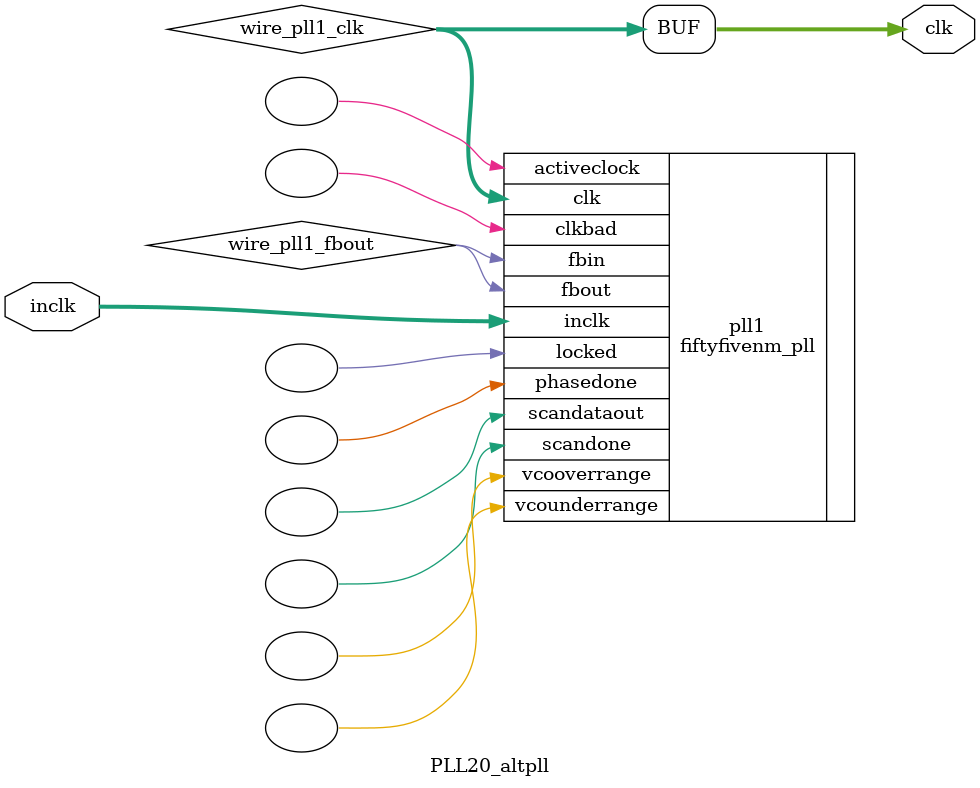
<source format=v>






//synthesis_resources = fiftyfivenm_pll 1 
//synopsys translate_off
`timescale 1 ps / 1 ps
//synopsys translate_on
module  PLL20_altpll
	( 
	clk,
	inclk) /* synthesis synthesis_clearbox=1 */;
	output   [4:0]  clk;
	input   [1:0]  inclk;
`ifndef ALTERA_RESERVED_QIS
// synopsys translate_off
`endif
	tri0   [1:0]  inclk;
`ifndef ALTERA_RESERVED_QIS
// synopsys translate_on
`endif

	wire  [4:0]   wire_pll1_clk;
	wire  wire_pll1_fbout;

	fiftyfivenm_pll   pll1
	( 
	.activeclock(),
	.clk(wire_pll1_clk),
	.clkbad(),
	.fbin(wire_pll1_fbout),
	.fbout(wire_pll1_fbout),
	.inclk(inclk),
	.locked(),
	.phasedone(),
	.scandataout(),
	.scandone(),
	.vcooverrange(),
	.vcounderrange()
	`ifndef FORMAL_VERIFICATION
	// synopsys translate_off
	`endif
	,
	.areset(1'b0),
	.clkswitch(1'b0),
	.configupdate(1'b0),
	.pfdena(1'b1),
	.phasecounterselect({3{1'b0}}),
	.phasestep(1'b0),
	.phaseupdown(1'b0),
	.scanclk(1'b0),
	.scanclkena(1'b1),
	.scandata(1'b0)
	`ifndef FORMAL_VERIFICATION
	// synopsys translate_on
	`endif
	);
	defparam
		pll1.bandwidth_type = "auto",
		pll1.clk0_divide_by = 6000,
		pll1.clk0_duty_cycle = 50,
		pll1.clk0_multiply_by = 1,
		pll1.clk0_phase_shift = "0",
		pll1.clk1_divide_by = 12,
		pll1.clk1_duty_cycle = 50,
		pll1.clk1_multiply_by = 1,
		pll1.clk1_phase_shift = "0",
		pll1.compensate_clock = "clk0",
		pll1.inclk0_input_frequency = 83333,
		pll1.operation_mode = "normal",
		pll1.pll_type = "auto",
		pll1.lpm_type = "fiftyfivenm_pll";
	assign
		clk = {wire_pll1_clk[4:0]};
endmodule //PLL20_altpll
//VALID FILE

</source>
